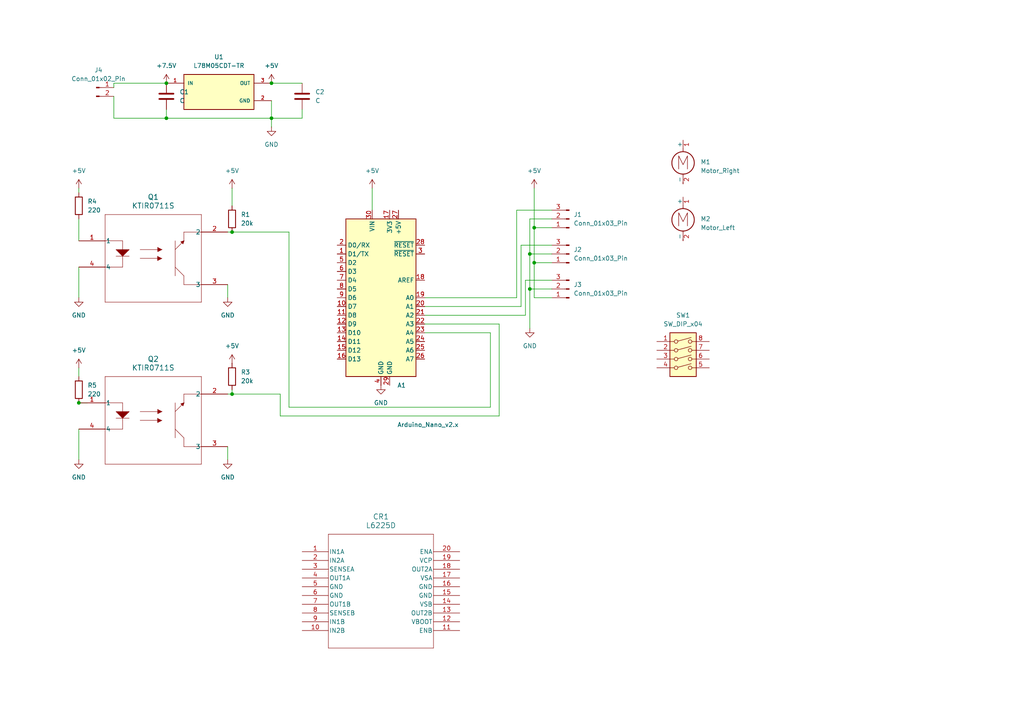
<source format=kicad_sch>
(kicad_sch (version 20231120) (generator "eeschema") (generator_version "8.0")
  (paper "A4")
  (lib_symbols
    (symbol "Connector:Conn_01x02_Pin" (pin_names (offset 1.016) hide)
      (property "Reference" "J" (at 0 2.54 0))
      (property "Value" "Conn_01x02_Pin" (at 0 -5.08 0))
      (symbol "Conn_01x02_Pin_1_1"
        (polyline (pts (xy 1.27 -2.54) (xy 0.8636 -2.54)) (stroke (width 0.1524)))
        (polyline (pts (xy 1.27 0) (xy 0.8636 0)) (stroke (width 0.1524)))
        (rectangle (start 0.8636 -2.413) (end 0 -2.667) (stroke (width 0.1524)) (fill (type outline)))
        (rectangle (start 0.8636 0.127) (end 0 -0.127) (stroke (width 0.1524)) (fill (type outline)))
        (pin passive line (at 5.08 0 180) (length 3.81) (name "Pin_1") (number "1"))
        (pin passive line (at 5.08 -2.54 180) (length 3.81) (name "Pin_2") (number "2"))
      )
    )
    (symbol "Connector:Conn_01x03_Pin" (pin_names (offset 1.016) hide)
      (property "Reference" "J" (at 0 5.08 0))
      (property "Value" "Conn_01x03_Pin" (at 0 -5.08 0))
      (symbol "Conn_01x03_Pin_1_1"
        (polyline (pts (xy 1.27 -2.54) (xy 0.8636 -2.54)) (stroke (width 0.1524)))
        (polyline (pts (xy 1.27 0) (xy 0.8636 0)) (stroke (width 0.1524)))
        (polyline (pts (xy 1.27 2.54) (xy 0.8636 2.54)) (stroke (width 0.1524)))
        (rectangle (start 0.8636 -2.413) (end 0 -2.667) (stroke (width 0.1524)) (fill (type outline)))
        (rectangle (start 0.8636 0.127) (end 0 -0.127) (stroke (width 0.1524)) (fill (type outline)))
        (rectangle (start 0.8636 2.667) (end 0 2.413) (stroke (width 0.1524)) (fill (type outline)))
        (pin passive line (at 5.08 2.54 180) (length 3.81) (name "Pin_1") (number "1"))
        (pin passive line (at 5.08 0 180) (length 3.81) (name "Pin_2") (number "2"))
        (pin passive line (at 5.08 -2.54 180) (length 3.81) (name "Pin_3") (number "3"))
      )
    )
    (symbol "Device:C" (pin_numbers hide) (pin_names (offset 0.254))
      (property "Reference" "C" (at 0.635 2.54 0))
      (property "Value" "C" (at 0.635 -2.54 0))
      (symbol "C_0_1"
        (polyline (pts (xy -2.032 -0.762) (xy 2.032 -0.762)) (stroke (width 0.508)))
        (polyline (pts (xy -2.032 0.762) (xy 2.032 0.762)) (stroke (width 0.508)))
      )
      (symbol "C_1_1"
        (pin passive line (at 0 3.81 270) (length 2.794) (name "~") (number "1"))
        (pin passive line (at 0 -3.81 90) (length 2.794) (name "~") (number "2"))
      )
    )
    (symbol "Device:R" (pin_numbers hide) (pin_names (offset 0))
      (property "Reference" "R" (at 2.032 0 90))
      (property "Value" "R" (at 0 0 90))
      (symbol "R_0_1"
        (rectangle (start -1.016 -2.54) (end 1.016 2.54) (stroke (width 0.254)))
      )
      (symbol "R_1_1"
        (pin passive line (at 0 3.81 270) (length 1.27) (name "~") (number "1"))
        (pin passive line (at 0 -3.81 90) (length 1.27) (name "~") (number "2"))
      )
    )
    (symbol "KTIR0711S:KTIR0711S" (pin_names (offset 0.254))
      (property "Reference" "Q" (at 22.86 17.78 0))
      (property "Value" "KTIR0711S" (at 22.86 17.78 0))
      (symbol "KTIR0711S_0_1"
        (polyline (pts (xy 7.62 -17.78) (xy 35.56 -17.78)) (stroke (width 0.127)))
        (polyline (pts (xy 7.62 7.62) (xy 7.62 -17.78)) (stroke (width 0.127)))
        (polyline (pts (xy 10.795 -4.445) (xy 14.605 -4.445)) (stroke (width 0.127)))
        (polyline (pts (xy 12.7 -7.62) (xy 7.62 -7.62)) (stroke (width 0.127)))
        (polyline (pts (xy 12.7 0) (xy 7.62 0)) (stroke (width 0.127)))
        (polyline (pts (xy 12.7 0) (xy 12.7 -7.62)) (stroke (width 0.127)))
        (polyline (pts (xy 17.78 -5.08) (xy 22.86 -5.08)) (stroke (width 0.127)))
        (polyline (pts (xy 17.78 -2.54) (xy 22.86 -2.54)) (stroke (width 0.127)))
        (polyline (pts (xy 27.94 -2.54) (xy 30.48 0)) (stroke (width 0.127)))
        (polyline (pts (xy 27.94 0) (xy 27.94 -10.16)) (stroke (width 0.127)))
        (polyline (pts (xy 30.48 -10.16) (xy 27.94 -7.62)) (stroke (width 0.127)))
        (polyline (pts (xy 30.48 -10.16) (xy 30.48 -12.7)) (stroke (width 0.127)))
        (polyline (pts (xy 30.48 0) (xy 30.48 2.54)) (stroke (width 0.127)))
        (polyline (pts (xy 30.48 2.54) (xy 35.56 2.54)) (stroke (width 0.127)))
        (polyline (pts (xy 35.56 -17.78) (xy 35.56 7.62)) (stroke (width 0.127)))
        (polyline (pts (xy 35.56 -12.7) (xy 30.48 -12.7)) (stroke (width 0.127)))
        (polyline (pts (xy 35.56 7.62) (xy 7.62 7.62)) (stroke (width 0.127)))
        (polyline (pts (xy 24.1101 -5.0826) (xy 22.8401 -5.7176) (xy 22.8401 -4.4476)) (fill (type outline)))
        (polyline (pts (xy 24.1499 -2.4986) (xy 22.8799 -3.1336) (xy 22.8799 -1.8636)) (fill (type outline)))
        (polyline (pts (xy 14.605 -2.54) (xy 10.795 -2.54) (xy 12.7 -4.445) (xy 14.605 -2.54)) (fill (type outline)))
        (polyline (pts (xy 30.4417 -0.0073) (xy 29.575 -0.2831) (xy 30.214 -0.8947) (xy 30.5314 0)) (fill (type outline)))
        (pin unspecified line (at 0 0 0) (length 7.62) (name "1") (number "1"))
        (pin unspecified line (at 43.18 2.54 180) (length 7.62) (name "2") (number "2"))
        (pin unspecified line (at 43.18 -12.7 180) (length 7.62) (name "3") (number "3"))
        (pin unspecified line (at 0 -7.62 0) (length 7.62) (name "4") (number "4"))
      )
    )
    (symbol "L6225D:L6225D" (pin_names (offset 0.254))
      (property "Reference" "CR" (at 22.86 10.16 0))
      (property "Value" "L6225D" (at 22.86 7.62 0))
      (symbol "L6225D_0_1"
        (polyline (pts (xy 7.62 -27.94) (xy 38.1 -27.94)) (stroke (width 0.127)))
        (polyline (pts (xy 7.62 5.08) (xy 7.62 -27.94)) (stroke (width 0.127)))
        (polyline (pts (xy 38.1 -27.94) (xy 38.1 5.08)) (stroke (width 0.127)))
        (polyline (pts (xy 38.1 5.08) (xy 7.62 5.08)) (stroke (width 0.127)))
        (pin input line (at 0 0 0) (length 7.62) (name "IN1A") (number "1"))
        (pin input line (at 0 -22.86 0) (length 7.62) (name "IN2B") (number "10"))
        (pin input line (at 45.72 -22.86 180) (length 7.62) (name "ENB") (number "11"))
        (pin power_in line (at 45.72 -20.32 180) (length 7.62) (name "VBOOT") (number "12"))
        (pin output line (at 45.72 -17.78 180) (length 7.62) (name "OUT2B") (number "13"))
        (pin power_in line (at 45.72 -15.24 180) (length 7.62) (name "VSB") (number "14"))
        (pin power_out line (at 45.72 -12.7 180) (length 7.62) (name "GND") (number "15"))
        (pin power_out line (at 45.72 -10.16 180) (length 7.62) (name "GND") (number "16"))
        (pin power_in line (at 45.72 -7.62 180) (length 7.62) (name "VSA") (number "17"))
        (pin output line (at 45.72 -5.08 180) (length 7.62) (name "OUT2A") (number "18"))
        (pin power_in line (at 45.72 -2.54 180) (length 7.62) (name "VCP") (number "19"))
        (pin input line (at 0 -2.54 0) (length 7.62) (name "IN2A") (number "2"))
        (pin input line (at 45.72 0 180) (length 7.62) (name "ENA") (number "20"))
        (pin power_in line (at 0 -5.08 0) (length 7.62) (name "SENSEA") (number "3"))
        (pin output line (at 0 -7.62 0) (length 7.62) (name "OUT1A") (number "4"))
        (pin power_out line (at 0 -10.16 0) (length 7.62) (name "GND") (number "5"))
        (pin power_out line (at 0 -12.7 0) (length 7.62) (name "GND") (number "6"))
        (pin output line (at 0 -15.24 0) (length 7.62) (name "OUT1B") (number "7"))
        (pin power_in line (at 0 -17.78 0) (length 7.62) (name "SENSEB") (number "8"))
        (pin input line (at 0 -20.32 0) (length 7.62) (name "IN1B") (number "9"))
      )
    )
    (symbol "L78M05CDT-TR:L78M05CDT-TR" (pin_names (offset 1.016))
      (property "Reference" "U" (at -10.16 6.35 0))
      (property "Value" "L78M05CDT-TR" (at -10.16 -6.35 0))
      (symbol "L78M05CDT-TR_0_0"
        (rectangle (start -10.16 -5.08) (end 10.16 5.08) (stroke (width 0.254)) (fill (type background)))
        (pin input line (at -15.24 2.54 0) (length 5.08) (name "IN") (number "1"))
        (pin power_in line (at 15.24 -2.54 180) (length 5.08) (name "GND") (number "2"))
        (pin output line (at 15.24 2.54 180) (length 5.08) (name "OUT") (number "3"))
      )
    )
    (symbol "MCU_Module:Arduino_Nano_v2.x"
      (property "Reference" "A" (at -10.16 23.495 0))
      (property "Value" "Arduino_Nano_v2.x" (at 5.08 -24.13 0))
      (symbol "Arduino_Nano_v2.x_0_1"
        (rectangle (start -10.16 22.86) (end 10.16 -22.86) (stroke (width 0.254)) (fill (type background)))
      )
      (symbol "Arduino_Nano_v2.x_1_1"
        (pin bidirectional line (at -12.7 12.7 0) (length 2.54) (name "D1/TX") (number "1"))
        (pin bidirectional line (at -12.7 -2.54 0) (length 2.54) (name "D7") (number "10"))
        (pin bidirectional line (at -12.7 -5.08 0) (length 2.54) (name "D8") (number "11"))
        (pin bidirectional line (at -12.7 -7.62 0) (length 2.54) (name "D9") (number "12"))
        (pin bidirectional line (at -12.7 -10.16 0) (length 2.54) (name "D10") (number "13"))
        (pin bidirectional line (at -12.7 -12.7 0) (length 2.54) (name "D11") (number "14"))
        (pin bidirectional line (at -12.7 -15.24 0) (length 2.54) (name "D12") (number "15"))
        (pin bidirectional line (at -12.7 -17.78 0) (length 2.54) (name "D13") (number "16"))
        (pin power_out line (at 2.54 25.4 270) (length 2.54) (name "3V3") (number "17"))
        (pin input line (at 12.7 5.08 180) (length 2.54) (name "AREF") (number "18"))
        (pin bidirectional line (at 12.7 0 180) (length 2.54) (name "A0") (number "19"))
        (pin bidirectional line (at -12.7 15.24 0) (length 2.54) (name "D0/RX") (number "2"))
        (pin bidirectional line (at 12.7 -2.54 180) (length 2.54) (name "A1") (number "20"))
        (pin bidirectional line (at 12.7 -5.08 180) (length 2.54) (name "A2") (number "21"))
        (pin bidirectional line (at 12.7 -7.62 180) (length 2.54) (name "A3") (number "22"))
        (pin bidirectional line (at 12.7 -10.16 180) (length 2.54) (name "A4") (number "23"))
        (pin bidirectional line (at 12.7 -12.7 180) (length 2.54) (name "A5") (number "24"))
        (pin bidirectional line (at 12.7 -15.24 180) (length 2.54) (name "A6") (number "25"))
        (pin bidirectional line (at 12.7 -17.78 180) (length 2.54) (name "A7") (number "26"))
        (pin power_out line (at 5.08 25.4 270) (length 2.54) (name "+5V") (number "27"))
        (pin input line (at 12.7 15.24 180) (length 2.54) (name "~{RESET}") (number "28"))
        (pin power_in line (at 2.54 -25.4 90) (length 2.54) (name "GND") (number "29"))
        (pin input line (at 12.7 12.7 180) (length 2.54) (name "~{RESET}") (number "3"))
        (pin power_in line (at -2.54 25.4 270) (length 2.54) (name "VIN") (number "30"))
        (pin power_in line (at 0 -25.4 90) (length 2.54) (name "GND") (number "4"))
        (pin bidirectional line (at -12.7 10.16 0) (length 2.54) (name "D2") (number "5"))
        (pin bidirectional line (at -12.7 7.62 0) (length 2.54) (name "D3") (number "6"))
        (pin bidirectional line (at -12.7 5.08 0) (length 2.54) (name "D4") (number "7"))
        (pin bidirectional line (at -12.7 2.54 0) (length 2.54) (name "D5") (number "8"))
        (pin bidirectional line (at -12.7 0 0) (length 2.54) (name "D6") (number "9"))
      )
    )
    (symbol "Motor:Motor_DC" (pin_names (offset 0))
      (property "Reference" "M" (at 2.54 2.54 0))
      (property "Value" "Motor_DC" (at 2.54 -5.08 0))
      (symbol "Motor_DC_0_0"
        (polyline (pts (xy -1.27 -3.302) (xy -1.27 0.508) (xy 0 -2.032) (xy 1.27 0.508) (xy 1.27 -3.302)))
      )
      (symbol "Motor_DC_0_1"
        (circle (center 0 -1.524) (radius 3.2512) (stroke (width 0.254)))
        (polyline (pts (xy 0 -7.62) (xy 0 -7.112)))
        (polyline (pts (xy 0 -4.7752) (xy 0 -5.1816)))
        (polyline (pts (xy 0 1.7272) (xy 0 2.0828)))
        (polyline (pts (xy 0 2.032) (xy 0 2.54)))
      )
      (symbol "Motor_DC_1_1"
        (pin passive line (at 0 5.08 270) (length 2.54) (name "+") (number "1"))
        (pin passive line (at 0 -7.62 90) (length 2.54) (name "-") (number "2"))
      )
    )
    (symbol "Switch:SW_DIP_x04" (pin_names (offset 0) hide)
      (property "Reference" "SW" (at 0 8.89 0))
      (property "Value" "SW_DIP_x04" (at 0 -6.35 0))
      (symbol "SW_DIP_x04_0_0"
        (circle (center -2.032 -2.54) (radius 0.508))
        (circle (center -2.032 0) (radius 0.508))
        (circle (center -2.032 2.54) (radius 0.508))
        (circle (center -2.032 5.08) (radius 0.508))
        (polyline (pts (xy -1.524 -2.3876) (xy 2.3622 -1.3462)))
        (polyline (pts (xy -1.524 0.127) (xy 2.3622 1.1684)))
        (polyline (pts (xy -1.524 2.667) (xy 2.3622 3.7084)))
        (polyline (pts (xy -1.524 5.207) (xy 2.3622 6.2484)))
        (circle (center 2.032 -2.54) (radius 0.508))
        (circle (center 2.032 0) (radius 0.508))
        (circle (center 2.032 2.54) (radius 0.508))
        (circle (center 2.032 5.08) (radius 0.508))
      )
      (symbol "SW_DIP_x04_0_1"
        (rectangle (start -3.81 7.62) (end 3.81 -5.08) (stroke (width 0.254)) (fill (type background)))
      )
      (symbol "SW_DIP_x04_1_1"
        (pin passive line (at -7.62 5.08 0) (length 5.08) (name "~") (number "1"))
        (pin passive line (at -7.62 2.54 0) (length 5.08) (name "~") (number "2"))
        (pin passive line (at -7.62 0 0) (length 5.08) (name "~") (number "3"))
        (pin passive line (at -7.62 -2.54 0) (length 5.08) (name "~") (number "4"))
        (pin passive line (at 7.62 -2.54 180) (length 5.08) (name "~") (number "5"))
        (pin passive line (at 7.62 0 180) (length 5.08) (name "~") (number "6"))
        (pin passive line (at 7.62 2.54 180) (length 5.08) (name "~") (number "7"))
        (pin passive line (at 7.62 5.08 180) (length 5.08) (name "~") (number "8"))
      )
    )
    (symbol "power:+5V" (power) (pin_numbers hide) (pin_names (offset 0) hide)
      (property "Value" "+5V" (at 0 3.556 0))
      (symbol "+5V_0_1"
        (polyline (pts (xy -0.762 1.27) (xy 0 2.54)))
        (polyline (pts (xy 0 0) (xy 0 2.54)))
        (polyline (pts (xy 0 2.54) (xy 0.762 1.27)))
      )
      (symbol "+5V_1_1"
        (pin power_in line (at 0 0 90) (length 0) (name "~") (number "1"))
      )
    )
    (symbol "power:+7.5V" (power) (pin_numbers hide) (pin_names (offset 0) hide)
      (property "Value" "+7.5V" (at 0 3.556 0))
      (symbol "+7.5V_0_1"
        (polyline (pts (xy -0.762 1.27) (xy 0 2.54)))
        (polyline (pts (xy 0 0) (xy 0 2.54)))
        (polyline (pts (xy 0 2.54) (xy 0.762 1.27)))
      )
      (symbol "+7.5V_1_1"
        (pin power_in line (at 0 0 90) (length 0) (name "~") (number "1"))
      )
    )
    (symbol "power:GND" (power) (pin_numbers hide) (pin_names (offset 0) hide)
      (property "Value" "GND" (at 0 -3.81 0))
      (symbol "GND_0_1"
        (polyline (pts (xy 0 0) (xy 0 -1.27) (xy 1.27 -1.27) (xy 0 -2.54) (xy -1.27 -1.27) (xy 0 -1.27)))
      )
      (symbol "GND_1_1"
        (pin power_in line (at 0 0 270) (length 0) (name "~") (number "1"))
      )
    )
  )
  (junction (at 153.67 83.82))
  (junction (at 78.74 24.13))
  (junction (at 67.31 67.31))
  (junction (at 153.67 73.66))
  (junction (at 67.31 114.3))
  (junction (at 154.94 76.2))
  (junction (at 48.26 24.13))
  (junction (at 154.94 66.04))
  (junction (at 78.74 34.29))
  (junction (at 48.26 34.29))
  (junction (at 22.86 116.84))
  (wire (pts (xy 33.02 27.94) (xy 33.02 34.29)))
  (wire (pts (xy 67.31 54.61) (xy 67.31 59.69)))
  (wire (pts (xy 153.67 83.82) (xy 153.67 95.25)))
  (wire (pts (xy 149.86 60.96) (xy 149.86 86.36)))
  (wire (pts (xy 149.86 86.36) (xy 123.19 86.36)))
  (wire (pts (xy 160.02 66.04) (xy 154.94 66.04)))
  (wire (pts (xy 48.26 34.29) (xy 78.74 34.29)))
  (wire (pts (xy 154.94 76.2) (xy 160.02 76.2)))
  (wire (pts (xy 160.02 86.36) (xy 154.94 86.36)))
  (wire (pts (xy 160.02 81.28) (xy 152.4 81.28)))
  (wire (pts (xy 154.94 76.2) (xy 154.94 66.04)))
  (wire (pts (xy 151.13 88.9) (xy 123.19 88.9)))
  (wire (pts (xy 123.19 93.98) (xy 144.78 93.98)))
  (wire (pts (xy 22.86 55.88) (xy 22.86 54.61)))
  (wire (pts (xy 144.78 93.98) (xy 144.78 120.65)))
  (wire (pts (xy 66.04 67.31) (xy 67.31 67.31)))
  (wire (pts (xy 153.67 63.5) (xy 160.02 63.5)))
  (wire (pts (xy 153.67 83.82) (xy 160.02 83.82)))
  (wire (pts (xy 123.19 96.52) (xy 142.24 96.52)))
  (wire (pts (xy 22.86 63.5) (xy 22.86 69.85)))
  (wire (pts (xy 142.24 118.11) (xy 83.82 118.11)))
  (wire (pts (xy 67.31 114.3) (xy 66.04 114.3)))
  (wire (pts (xy 78.74 34.29) (xy 87.63 34.29)))
  (wire (pts (xy 78.74 24.13) (xy 87.63 24.13)))
  (wire (pts (xy 22.86 77.47) (xy 22.86 86.36)))
  (wire (pts (xy 107.95 54.61) (xy 107.95 60.96)))
  (wire (pts (xy 22.86 116.84) (xy 25.4 116.84)))
  (wire (pts (xy 67.31 114.3) (xy 81.28 114.3)))
  (wire (pts (xy 22.86 133.35) (xy 22.86 124.46)))
  (wire (pts (xy 151.13 71.12) (xy 151.13 88.9)))
  (wire (pts (xy 66.04 133.35) (xy 66.04 129.54)))
  (wire (pts (xy 152.4 91.44) (xy 123.19 91.44)))
  (wire (pts (xy 78.74 36.83) (xy 78.74 34.29)))
  (wire (pts (xy 87.63 34.29) (xy 87.63 31.75)))
  (wire (pts (xy 152.4 81.28) (xy 152.4 91.44)))
  (wire (pts (xy 33.02 24.13) (xy 48.26 24.13)))
  (wire (pts (xy 83.82 67.31) (xy 67.31 67.31)))
  (wire (pts (xy 48.26 31.75) (xy 48.26 34.29)))
  (wire (pts (xy 81.28 120.65) (xy 81.28 114.3)))
  (wire (pts (xy 160.02 71.12) (xy 151.13 71.12)))
  (wire (pts (xy 160.02 60.96) (xy 149.86 60.96)))
  (wire (pts (xy 153.67 73.66) (xy 153.67 83.82)))
  (wire (pts (xy 78.74 29.21) (xy 78.74 34.29)))
  (wire (pts (xy 22.86 106.68) (xy 22.86 109.22)))
  (wire (pts (xy 153.67 73.66) (xy 160.02 73.66)))
  (wire (pts (xy 142.24 96.52) (xy 142.24 118.11)))
  (wire (pts (xy 67.31 114.3) (xy 67.31 113.03)))
  (wire (pts (xy 33.02 34.29) (xy 48.26 34.29)))
  (wire (pts (xy 153.67 63.5) (xy 153.67 73.66)))
  (wire (pts (xy 33.02 25.4) (xy 33.02 24.13)))
  (wire (pts (xy 154.94 66.04) (xy 154.94 54.61)))
  (wire (pts (xy 144.78 120.65) (xy 81.28 120.65)))
  (wire (pts (xy 66.04 82.55) (xy 66.04 86.36)))
  (wire (pts (xy 83.82 118.11) (xy 83.82 67.31)))
  (wire (pts (xy 154.94 86.36) (xy 154.94 76.2)))
  (symbol (lib_id "power:+5V") (at 154.94 54.61 0) (unit 1)
    (property "Reference" "#PWR02" (effects (hide yes)))
    (property "Value" "+5V" (at 154.94 49.53 0))
    (property "Description" "Power symbol creates a global label with name \"+5V\"" (effects (hide yes)))
  )
  (symbol (lib_id "Device:R") (at 22.86 59.69 180) (unit 1)
    (property "Reference" "R4" (at 25.4 58.4199 0) (effects (justify right)))
    (property "Value" "220" (at 25.4 60.9599 0) (effects (justify right)))
    (property "Footprint" "Resistor_SMD:R_0805_2012Metric_Pad1.20x1.40mm_HandSolder" (effects (hide yes)))
    (property "Description" "Resistor" (effects (hide yes)))
  )
  (symbol (lib_id "KTIR0711S:KTIR0711S") (at 22.86 69.85 0) (unit 1)
    (property "Reference" "Q1" (at 44.45 57.15 0) (effects (font (size 1.524 1.524))))
    (property "Value" "KTIR0711S" (at 44.45 59.69 0) (effects (font (size 1.524 1.524))))
    (property "Footprint" "footprints:KTIR0711S_KNB" (effects (hide yes)))
    (property "Datasheet" "KTIR0711S" (effects (hide yes)))
  )
  (symbol (lib_id "power:GND") (at 22.86 133.35 0) (unit 1)
    (property "Reference" "#PWR07" (effects (hide yes)))
    (property "Value" "GND" (at 22.86 138.43 0))
    (property "Description" "Power symbol creates a global label with name \"GND\" , ground" (effects (hide yes)))
  )
  (symbol (lib_id "power:+5V") (at 107.95 54.61 0) (unit 1)
    (property "Reference" "#PWR01" (effects (hide yes)))
    (property "Value" "+5V" (at 107.95 49.53 0))
    (property "Description" "Power symbol creates a global label with name \"+5V\"" (effects (hide yes)))
  )
  (symbol (lib_id "Connector:Conn_01x03_Pin") (at 165.1 63.5 180) (unit 1)
    (property "Reference" "J1" (at 166.37 62.2299 0) (effects (justify right)))
    (property "Value" "Conn_01x03_Pin" (at 166.37 64.7699 0) (effects (justify right)))
    (property "Footprint" "Connector_JST:JST_PH_B3B-PH-K_1x03_P2.00mm_Vertical" (effects (hide yes)))
    (property "Description" "Generic connector, single row, 01x03, script generated" (effects (hide yes)))
  )
  (symbol (lib_id "power:+5V") (at 22.86 106.68 0) (unit 1)
    (property "Reference" "#PWR06" (effects (hide yes)))
    (property "Value" "+5V" (at 22.86 101.6 0))
    (property "Description" "Power symbol creates a global label with name \"+5V\"" (effects (hide yes)))
  )
  (symbol (lib_id "L6225D:L6225D") (at 87.63 160.02 0) (unit 1)
    (property "Reference" "CR1" (at 110.49 149.86 0) (effects (font (size 1.524 1.524))))
    (property "Value" "L6225D" (at 110.49 152.4 0) (effects (font (size 1.524 1.524))))
    (property "Footprint" "SO-20_STM" (effects (hide yes)))
    (property "Datasheet" "L6225D" (effects (hide yes)))
  )
  (symbol (lib_id "power:GND") (at 153.67 95.25 0) (unit 1)
    (property "Reference" "#PWR010" (effects (hide yes)))
    (property "Value" "GND" (at 153.67 100.33 0))
    (property "Description" "Power symbol creates a global label with name \"GND\" , ground" (effects (hide yes)))
  )
  (symbol (lib_id "power:GND") (at 78.74 36.83 0) (unit 1)
    (property "Reference" "#PWR013" (effects (hide yes)))
    (property "Value" "GND" (at 78.74 41.91 0))
    (property "Description" "Power symbol creates a global label with name \"GND\" , ground" (effects (hide yes)))
  )
  (symbol (lib_id "Device:R") (at 22.86 113.03 180) (unit 1)
    (property "Reference" "R5" (at 25.4 111.7599 0) (effects (justify right)))
    (property "Value" "220" (at 25.4 114.2999 0) (effects (justify right)))
    (property "Footprint" "Resistor_SMD:R_0805_2012Metric_Pad1.20x1.40mm_HandSolder" (effects (hide yes)))
    (property "Description" "Resistor" (effects (hide yes)))
  )
  (symbol (lib_id "Connector:Conn_01x02_Pin") (at 27.94 25.4 0) (unit 1)
    (property "Reference" "J4" (at 28.575 20.32 0))
    (property "Value" "Conn_01x02_Pin" (at 28.575 22.86 0))
    (property "Footprint" "Connector_PinSocket_1.00mm:PinSocket_1x02_P1.00mm_Vertical" (effects (hide yes)))
    (property "Description" "Generic connector, single row, 01x02, script generated" (effects (hide yes)))
  )
  (symbol (lib_id "power:GND") (at 66.04 133.35 0) (unit 1)
    (property "Reference" "#PWR08" (effects (hide yes)))
    (property "Value" "GND" (at 66.04 138.43 0))
    (property "Description" "Power symbol creates a global label with name \"GND\" , ground" (effects (hide yes)))
  )
  (symbol (lib_id "Switch:SW_DIP_x04") (at 198.12 104.14 0) (unit 1)
    (property "Reference" "SW1" (at 198.12 91.44 0))
    (property "Value" "SW_DIP_x04" (at 198.12 93.98 0))
    (property "Footprint" "Button_Switch_THT:SW_DIP_SPSTx04_Slide_9.78x12.34mm_W7.62mm_P2.54mm" (effects (hide yes)))
    (property "Description" "4x DIP Switch, Single Pole Single Throw (SPST) switch, small symbol" (effects (hide yes)))
  )
  (symbol (lib_id "L78M05CDT-TR:L78M05CDT-TR") (at 63.5 26.67 0) (unit 1)
    (property "Reference" "U1" (at 63.5 16.51 0))
    (property "Value" "L78M05CDT-TR" (at 63.5 19.05 0))
    (property "Footprint" "L78M05CDT-TR:VREG_L78M05CDT-TR" (effects (hide yes)))
    (property "MF" "STMicroelectronics" (effects (hide yes)))
    (property "MAXIMUM_PACKAGE_HEIGHT" "2.4 mm" (effects (hide yes)))
    (property "Package" "TO-252-3 STMicroelectronics" (effects (hide yes)))
    (property "Price" "None" (effects (hide yes)))
    (property "Check_prices" "https://www.snapeda.com/parts/L78M05CDT-TR/STMicroelectronics/view-part/?ref=eda" (effects (hide yes)))
    (property "STANDARD" "Manufacturer Recommendations" (effects (hide yes)))
    (property "PARTREV" "24" (effects (hide yes)))
    (property "SnapEDA_Link" "https://www.snapeda.com/parts/L78M05CDT-TR/STMicroelectronics/view-part/?ref=snap" (effects (hide yes)))
    (property "MP" "L78M05CDT-TR" (effects (hide yes)))
    (property "Purchase-URL" "https://www.snapeda.com/api/url_track_click_mouser/?unipart_id=8090&manufacturer=STMicroelectronics&part_name=L78M05CDT-TR&search_term=None" (effects (hide yes)))
    (property "Description_1" "\nLinear Voltage Regulator IC Positive Fixed 1 Output 500mA DPAK\n" (effects (hide yes)))
    (property "Availability" "In Stock" (effects (hide yes)))
    (property "MANUFACTURER" "STMicroelectronics" (effects (hide yes)))
  )
  (symbol (lib_id "power:+5V") (at 67.31 54.61 0) (unit 1)
    (property "Reference" "#PWR04" (effects (hide yes)))
    (property "Value" "+5V" (at 67.31 49.53 0))
    (property "Description" "Power symbol creates a global label with name \"+5V\"" (effects (hide yes)))
  )
  (symbol (lib_id "power:GND") (at 22.86 86.36 0) (unit 1)
    (property "Reference" "#PWR011" (effects (hide yes)))
    (property "Value" "GND" (at 22.86 91.44 0))
    (property "Description" "Power symbol creates a global label with name \"GND\" , ground" (effects (hide yes)))
  )
  (symbol (lib_id "power:GND") (at 110.49 111.76 0) (unit 1)
    (property "Reference" "#PWR09" (effects (hide yes)))
    (property "Value" "GND" (at 110.49 116.84 0))
    (property "Description" "Power symbol creates a global label with name \"GND\" , ground" (effects (hide yes)))
  )
  (symbol (lib_id "Connector:Conn_01x03_Pin") (at 165.1 73.66 180) (unit 1)
    (property "Reference" "J2" (at 166.37 72.3899 0) (effects (justify right)))
    (property "Value" "Conn_01x03_Pin" (at 166.37 74.9299 0) (effects (justify right)))
    (property "Footprint" "Connector_JST:JST_PH_B3B-PH-K_1x03_P2.00mm_Vertical" (effects (hide yes)))
    (property "Description" "Generic connector, single row, 01x03, script generated" (effects (hide yes)))
  )
  (symbol (lib_id "Device:R") (at 67.31 109.22 180) (unit 1)
    (property "Reference" "R3" (at 69.85 107.9499 0) (effects (justify right)))
    (property "Value" "20k" (at 69.85 110.4899 0) (effects (justify right)))
    (property "Footprint" "Resistor_SMD:R_0805_2012Metric_Pad1.20x1.40mm_HandSolder" (effects (hide yes)))
    (property "Description" "Resistor" (effects (hide yes)))
  )
  (symbol (lib_id "KTIR0711S:KTIR0711S") (at 22.86 116.84 0) (unit 1)
    (property "Reference" "Q2" (at 44.45 104.14 0) (effects (font (size 1.524 1.524))))
    (property "Value" "KTIR0711S" (at 44.45 106.68 0) (effects (font (size 1.524 1.524))))
    (property "Footprint" "footprints:KTIR0711S_KNB" (effects (hide yes)))
    (property "Datasheet" "KTIR0711S" (effects (hide yes)))
  )
  (symbol (lib_id "power:+5V") (at 78.74 24.13 0) (unit 1)
    (property "Reference" "#PWR014" (effects (hide yes)))
    (property "Value" "+5V" (at 78.74 19.05 0))
    (property "Description" "Power symbol creates a global label with name \"+5V\"" (effects (hide yes)))
  )
  (symbol (lib_id "power:+5V") (at 22.86 54.61 0) (unit 1)
    (property "Reference" "#PWR03" (effects (hide yes)))
    (property "Value" "+5V" (at 22.86 49.53 0))
    (property "Description" "Power symbol creates a global label with name \"+5V\"" (effects (hide yes)))
  )
  (symbol (lib_id "power:+5V") (at 67.31 105.41 0) (unit 1)
    (property "Reference" "#PWR05" (effects (hide yes)))
    (property "Value" "+5V" (at 67.31 100.33 0))
    (property "Description" "Power symbol creates a global label with name \"+5V\"" (effects (hide yes)))
  )
  (symbol (lib_id "power:+7.5V") (at 48.26 24.13 0) (unit 1)
    (property "Reference" "#PWR015" (effects (hide yes)))
    (property "Value" "+7.5V" (at 48.26 19.05 0))
    (property "Description" "Power symbol creates a global label with name \"+7.5V\"" (effects (hide yes)))
  )
  (symbol (lib_id "Motor:Motor_DC") (at 198.12 45.72 0) (unit 1)
    (property "Reference" "M1" (at 203.2 46.9899 0) (effects (justify left)))
    (property "Value" "Motor_Right" (at 203.2 49.5299 0) (effects (justify left)))
    (property "Footprint" "CalkaBot3k0:CalkBot3k0_Motor_Right" (effects (hide yes)))
    (property "Description" "DC Motor" (effects (hide yes)))
  )
  (symbol (lib_id "power:GND") (at 66.04 86.36 0) (unit 1)
    (property "Reference" "#PWR012" (effects (hide yes)))
    (property "Value" "GND" (at 66.04 91.44 0))
    (property "Description" "Power symbol creates a global label with name \"GND\" , ground" (effects (hide yes)))
  )
  (symbol (lib_id "MCU_Module:Arduino_Nano_v2.x") (at 110.49 86.36 0) (unit 1)
    (property "Reference" "A1" (at 115.2241 111.76 0) (effects (justify left)))
    (property "Value" "Arduino_Nano_v2.x" (at 115.2241 123.19 0) (effects (justify left)))
    (property "Footprint" "Module:Arduino_Nano" (effects (hide yes)))
    (property "Datasheet" "https://www.arduino.cc/en/uploads/Main/ArduinoNanoManual23.pdf" (effects (hide yes)))
    (property "Description" "Arduino Nano v2.x" (effects (hide yes)))
  )
  (symbol (lib_id "Device:C") (at 48.26 27.94 0) (unit 1)
    (property "Reference" "C1" (at 52.07 26.6699 0) (effects (justify left)))
    (property "Value" "C" (at 52.07 29.2099 0) (effects (justify left)))
    (property "Description" "Unpolarized capacitor" (effects (hide yes)))
  )
  (symbol (lib_id "Motor:Motor_DC") (at 198.12 62.23 0) (unit 1)
    (property "Reference" "M2" (at 203.2 63.4999 0) (effects (justify left)))
    (property "Value" "Motor_Left" (at 203.2 66.0399 0) (effects (justify left)))
    (property "Footprint" "CalkaBot3k0:CalkBot3k0_Motor_Left" (effects (hide yes)))
    (property "Description" "DC Motor" (effects (hide yes)))
  )
  (symbol (lib_id "Connector:Conn_01x03_Pin") (at 165.1 83.82 180) (unit 1)
    (property "Reference" "J3" (at 166.37 82.5499 0) (effects (justify right)))
    (property "Value" "Conn_01x03_Pin" (at 166.37 85.0899 0) (effects (justify right)))
    (property "Footprint" "Connector_JST:JST_PH_B3B-PH-K_1x03_P2.00mm_Vertical" (effects (hide yes)))
    (property "Description" "Generic connector, single row, 01x03, script generated" (effects (hide yes)))
  )
  (symbol (lib_id "Device:C") (at 87.63 27.94 0) (unit 1)
    (property "Reference" "C2" (at 91.44 26.6699 0) (effects (justify left)))
    (property "Value" "C" (at 91.44 29.2099 0) (effects (justify left)))
    (property "Description" "Unpolarized capacitor" (effects (hide yes)))
  )
  (symbol (lib_id "Device:R") (at 67.31 63.5 180) (unit 1)
    (property "Reference" "R1" (at 69.85 62.2299 0) (effects (justify right)))
    (property "Value" "20k" (at 69.85 64.7699 0) (effects (justify right)))
    (property "Footprint" "Resistor_SMD:R_0805_2012Metric_Pad1.20x1.40mm_HandSolder" (effects (hide yes)))
    (property "Description" "Resistor" (effects (hide yes)))
  )
)
</source>
